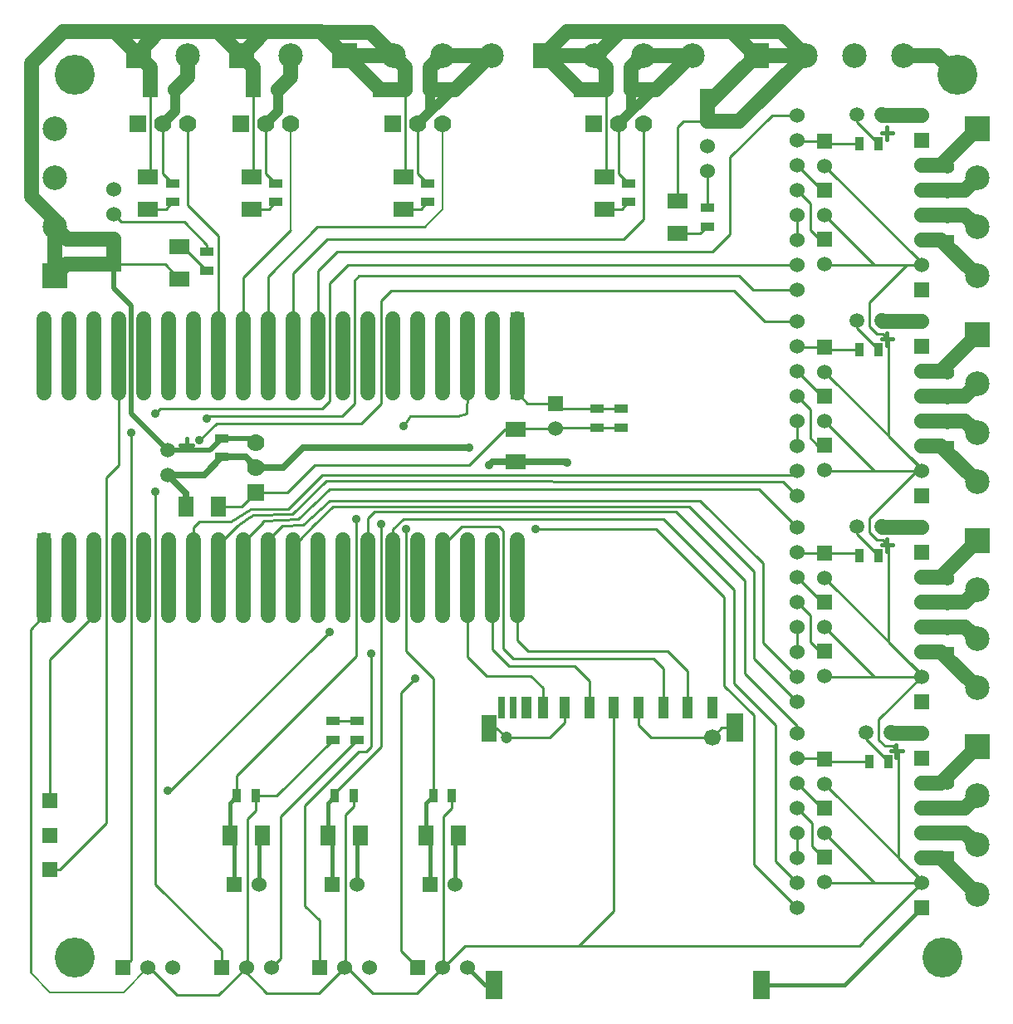
<source format=gtl>
G04 (created by PCBNEW-RS274X (2012-01-19 BZR 3256)-stable) date 23/08/2012 8:13:32 PM*
G01*
G70*
G90*
%MOIN*%
G04 Gerber Fmt 3.4, Leading zero omitted, Abs format*
%FSLAX34Y34*%
G04 APERTURE LIST*
%ADD10C,0.006000*%
%ADD11C,0.015000*%
%ADD12R,0.055000X0.055000*%
%ADD13C,0.055000*%
%ADD14R,0.098400X0.098400*%
%ADD15C,0.098400*%
%ADD16R,0.055000X0.035000*%
%ADD17C,0.070000*%
%ADD18R,0.070000X0.070000*%
%ADD19R,0.060000X0.060000*%
%ADD20C,0.060000*%
%ADD21R,0.080000X0.060000*%
%ADD22R,0.060000X0.080000*%
%ADD23R,0.035000X0.055000*%
%ADD24C,0.059100*%
%ADD25C,0.160000*%
%ADD26R,0.070900X0.118100*%
%ADD27R,0.059100X0.110200*%
%ADD28R,0.027600X0.086600*%
%ADD29R,0.043300X0.086600*%
%ADD30C,0.047200*%
%ADD31C,0.066900*%
%ADD32R,0.043300X0.087000*%
%ADD33C,0.035000*%
%ADD34C,0.059100*%
%ADD35C,0.009800*%
%ADD36C,0.019700*%
%ADD37C,0.008000*%
%ADD38C,0.015700*%
%ADD39C,0.027600*%
%ADD40C,0.039400*%
G04 APERTURE END LIST*
G54D10*
G54D11*
X39284Y-25803D02*
X39284Y-25303D01*
X39534Y-25553D02*
X39084Y-25553D01*
X39284Y-17535D02*
X39284Y-17035D01*
X39534Y-17285D02*
X39084Y-17285D01*
X39678Y-34070D02*
X39678Y-33570D01*
X39928Y-33820D02*
X39478Y-33820D01*
X39284Y-09267D02*
X39284Y-08767D01*
X39534Y-09017D02*
X39084Y-09017D01*
X11434Y-21544D02*
X10934Y-21544D01*
X11184Y-21294D02*
X11184Y-21744D01*
G54D12*
X41733Y-38114D03*
G54D13*
X41733Y-37114D03*
X41733Y-36114D03*
X41733Y-35114D03*
G54D12*
X41733Y-13389D03*
G54D13*
X41733Y-12389D03*
X41733Y-11389D03*
X41733Y-10389D03*
G54D12*
X41733Y-21657D03*
G54D13*
X41733Y-20657D03*
X41733Y-19657D03*
X41733Y-18657D03*
G54D14*
X42914Y-25393D03*
G54D15*
X42914Y-27362D03*
X42914Y-29330D03*
X42914Y-31299D03*
G54D14*
X42914Y-33661D03*
G54D15*
X42914Y-35630D03*
X42914Y-37598D03*
X42914Y-39567D03*
G54D14*
X42914Y-17126D03*
G54D15*
X42914Y-19095D03*
X42914Y-21063D03*
X42914Y-23032D03*
G54D14*
X42914Y-08858D03*
G54D15*
X42914Y-10827D03*
X42914Y-12795D03*
X42914Y-14764D03*
G54D14*
X05906Y-14763D03*
G54D15*
X05906Y-12794D03*
X05906Y-10826D03*
X05906Y-08857D03*
G54D14*
X34056Y-05905D03*
G54D15*
X36025Y-05905D03*
X37993Y-05905D03*
X39962Y-05905D03*
G54D14*
X25591Y-05905D03*
G54D15*
X27560Y-05905D03*
X29528Y-05905D03*
X31497Y-05905D03*
G54D14*
X17521Y-05905D03*
G54D15*
X19490Y-05905D03*
X21458Y-05905D03*
X23427Y-05905D03*
G54D14*
X13387Y-05905D03*
G54D15*
X15356Y-05905D03*
G54D14*
X09253Y-05905D03*
G54D15*
X11222Y-05905D03*
G54D16*
X32087Y-12776D03*
X32087Y-12026D03*
X12008Y-14548D03*
X12008Y-13798D03*
X17048Y-33367D03*
X17048Y-32617D03*
X18032Y-33367D03*
X18032Y-32617D03*
X27659Y-20847D03*
X27659Y-20097D03*
X28643Y-20847D03*
X28643Y-20097D03*
X28938Y-11793D03*
X28938Y-11043D03*
X20867Y-11793D03*
X20867Y-11043D03*
X14765Y-11793D03*
X14765Y-11043D03*
G54D17*
X21473Y-08662D03*
X20473Y-08662D03*
G54D18*
X19473Y-08662D03*
G54D17*
X15371Y-08662D03*
X14371Y-08662D03*
G54D18*
X13371Y-08662D03*
G54D17*
X11237Y-08662D03*
X10237Y-08662D03*
G54D18*
X09237Y-08662D03*
G54D17*
X29544Y-08662D03*
X28544Y-08662D03*
G54D18*
X27544Y-08662D03*
G54D17*
X13977Y-21441D03*
X13977Y-22441D03*
G54D18*
X13977Y-23441D03*
G54D12*
X05461Y-28393D03*
G54D13*
X06461Y-28393D03*
X07461Y-28393D03*
X08461Y-28393D03*
X09461Y-28393D03*
X10461Y-28393D03*
X11461Y-28393D03*
X12461Y-28393D03*
X13461Y-28393D03*
X14461Y-28393D03*
X15461Y-28393D03*
X16461Y-28393D03*
X17461Y-28393D03*
X18461Y-28393D03*
X19461Y-28393D03*
X20461Y-28393D03*
X21461Y-28393D03*
X22461Y-28393D03*
X23461Y-28393D03*
X24461Y-28393D03*
X24461Y-25346D03*
X23461Y-25346D03*
X22461Y-25346D03*
X21461Y-25346D03*
X20461Y-25346D03*
X19461Y-25346D03*
X18461Y-25346D03*
X17461Y-25346D03*
X16461Y-25346D03*
X15461Y-25346D03*
X14461Y-25346D03*
X13461Y-25346D03*
X12461Y-25346D03*
X11461Y-25346D03*
X10461Y-25346D03*
X09461Y-25346D03*
X08461Y-25346D03*
X07461Y-25346D03*
X06461Y-25346D03*
G54D12*
X05461Y-25346D03*
X24461Y-16488D03*
G54D13*
X23461Y-16488D03*
X22461Y-16488D03*
X21461Y-16488D03*
X20461Y-16488D03*
X19461Y-16488D03*
X18461Y-16488D03*
X17461Y-16488D03*
X16461Y-16488D03*
X15461Y-16488D03*
X14461Y-16488D03*
X13461Y-16488D03*
X12461Y-16488D03*
X11461Y-16488D03*
X10461Y-16488D03*
X09461Y-16488D03*
X08461Y-16488D03*
X07461Y-16488D03*
X06461Y-16488D03*
X05461Y-16488D03*
X05461Y-19465D03*
X06461Y-19465D03*
X07461Y-19465D03*
X08461Y-19465D03*
X09461Y-19465D03*
X10461Y-19465D03*
X11461Y-19465D03*
X12461Y-19465D03*
X13461Y-19465D03*
X14461Y-19465D03*
X15461Y-19465D03*
X16461Y-19465D03*
X17461Y-19465D03*
X18461Y-19465D03*
X19461Y-19465D03*
X20461Y-19465D03*
X21461Y-19465D03*
X22461Y-19465D03*
X23461Y-19465D03*
G54D12*
X24461Y-19465D03*
G54D19*
X40691Y-15311D03*
G54D20*
X40691Y-14311D03*
X40691Y-13311D03*
X40691Y-12311D03*
X40691Y-11311D03*
X40691Y-10311D03*
G54D19*
X40691Y-09311D03*
G54D20*
X40691Y-08311D03*
X35691Y-08311D03*
X35691Y-09311D03*
X35691Y-10311D03*
X35691Y-11311D03*
X35691Y-12311D03*
X35691Y-13311D03*
X35691Y-14311D03*
X35691Y-15311D03*
G54D19*
X40691Y-31846D03*
G54D20*
X40691Y-30846D03*
X40691Y-29846D03*
X40691Y-28846D03*
X40691Y-27846D03*
X40691Y-26846D03*
G54D19*
X40691Y-25846D03*
G54D20*
X40691Y-24846D03*
X35691Y-24846D03*
X35691Y-25846D03*
X35691Y-26846D03*
X35691Y-27846D03*
X35691Y-28846D03*
X35691Y-29846D03*
X35691Y-30846D03*
X35691Y-31846D03*
G54D19*
X40691Y-23578D03*
G54D20*
X40691Y-22578D03*
X40691Y-21578D03*
X40691Y-20578D03*
X40691Y-19578D03*
X40691Y-18578D03*
G54D19*
X40691Y-17578D03*
G54D20*
X40691Y-16578D03*
X35691Y-16578D03*
X35691Y-17578D03*
X35691Y-18578D03*
X35691Y-19578D03*
X35691Y-20578D03*
X35691Y-21578D03*
X35691Y-22578D03*
X35691Y-23578D03*
G54D19*
X40691Y-40114D03*
G54D20*
X40691Y-39114D03*
X40691Y-38114D03*
X40691Y-37114D03*
X40691Y-36114D03*
X40691Y-35114D03*
G54D19*
X40691Y-34114D03*
G54D20*
X40691Y-33114D03*
X35691Y-33114D03*
X35691Y-34114D03*
X35691Y-35114D03*
X35691Y-36114D03*
X35691Y-37114D03*
X35691Y-38114D03*
X35691Y-39114D03*
X35691Y-40114D03*
G54D21*
X24410Y-20905D03*
X24410Y-22205D03*
G54D22*
X12933Y-37204D03*
X14233Y-37204D03*
X16870Y-37204D03*
X18170Y-37204D03*
X20808Y-37204D03*
X22108Y-37204D03*
X12462Y-24015D03*
X11162Y-24015D03*
G54D23*
X13958Y-35629D03*
X13208Y-35629D03*
G54D16*
X12599Y-21278D03*
X12599Y-22028D03*
G54D23*
X17895Y-35629D03*
X17145Y-35629D03*
X21833Y-35629D03*
X21083Y-35629D03*
X38603Y-34252D03*
X39353Y-34252D03*
X38209Y-17716D03*
X38959Y-17716D03*
X38209Y-25984D03*
X38959Y-25984D03*
X38209Y-09448D03*
X38959Y-09448D03*
G54D19*
X32087Y-07555D03*
G54D20*
X32087Y-08555D03*
X32087Y-09555D03*
X32087Y-10555D03*
G54D19*
X08268Y-14295D03*
G54D20*
X08268Y-13295D03*
X08268Y-12295D03*
X08268Y-11295D03*
G54D19*
X18973Y-07283D03*
G54D20*
X19973Y-07283D03*
X20973Y-07283D03*
X21973Y-07283D03*
G54D19*
X27044Y-07283D03*
G54D20*
X28044Y-07283D03*
X29044Y-07283D03*
X30044Y-07283D03*
G54D19*
X12583Y-42519D03*
G54D20*
X13583Y-42519D03*
X14583Y-42519D03*
G54D19*
X16520Y-42519D03*
G54D20*
X17520Y-42519D03*
X18520Y-42519D03*
G54D19*
X08646Y-42519D03*
G54D20*
X09646Y-42519D03*
X10646Y-42519D03*
G54D19*
X20457Y-42519D03*
G54D20*
X21457Y-42519D03*
X22457Y-42519D03*
G54D19*
X25985Y-19874D03*
G54D20*
X25985Y-20874D03*
G54D19*
X36813Y-27846D03*
G54D20*
X36813Y-28846D03*
G54D19*
X20958Y-39172D03*
G54D20*
X21958Y-39172D03*
G54D19*
X17020Y-39172D03*
G54D20*
X18020Y-39172D03*
G54D19*
X13083Y-39172D03*
G54D20*
X14083Y-39172D03*
G54D19*
X36813Y-13279D03*
G54D20*
X36813Y-14279D03*
G54D19*
X36813Y-29815D03*
G54D20*
X36813Y-30815D03*
G54D19*
X36813Y-11311D03*
G54D20*
X36813Y-12311D03*
G54D19*
X36813Y-09342D03*
G54D20*
X36813Y-10342D03*
G54D19*
X13871Y-07283D03*
G54D20*
X14871Y-07283D03*
G54D19*
X09737Y-07283D03*
G54D20*
X10737Y-07283D03*
G54D19*
X36813Y-34145D03*
G54D20*
X36813Y-35145D03*
G54D19*
X36813Y-17610D03*
G54D20*
X36813Y-18610D03*
G54D19*
X36813Y-36114D03*
G54D20*
X36813Y-37114D03*
G54D19*
X36813Y-19578D03*
G54D20*
X36813Y-20578D03*
G54D19*
X36813Y-38082D03*
G54D20*
X36813Y-39082D03*
G54D19*
X36813Y-21547D03*
G54D20*
X36813Y-22547D03*
G54D19*
X36813Y-25878D03*
G54D20*
X36813Y-26878D03*
G54D19*
X05709Y-37204D03*
X05709Y-38582D03*
X05709Y-35826D03*
G54D24*
X38084Y-24803D03*
X39084Y-24803D03*
X38084Y-16535D03*
X39084Y-16535D03*
X38478Y-33070D03*
X39478Y-33070D03*
X38084Y-08267D03*
X39084Y-08267D03*
X10434Y-22744D03*
X10434Y-21744D03*
G54D25*
X06694Y-06693D03*
X42127Y-06693D03*
X06694Y-42126D03*
X41537Y-42126D03*
G54D16*
X10631Y-11793D03*
X10631Y-11043D03*
G54D21*
X09646Y-12068D03*
X09646Y-10768D03*
X13781Y-12067D03*
X13781Y-10767D03*
X19883Y-12068D03*
X19883Y-10768D03*
X27954Y-12068D03*
X27954Y-10768D03*
X30906Y-13051D03*
X30906Y-11751D03*
X10906Y-14874D03*
X10906Y-13574D03*
G54D26*
X34262Y-43204D03*
X23514Y-43214D03*
G54D27*
X23318Y-32903D03*
G54D28*
X23840Y-32086D03*
X24312Y-32086D03*
G54D29*
X24824Y-32086D03*
X25493Y-32086D03*
X28346Y-32086D03*
X27362Y-32086D03*
X26378Y-32086D03*
X29331Y-32086D03*
X30315Y-32086D03*
X31299Y-32086D03*
G54D30*
X24016Y-33287D03*
G54D31*
X32284Y-33287D03*
G54D32*
X32284Y-32086D03*
G54D26*
X33200Y-32893D03*
G54D12*
X41733Y-29925D03*
G54D13*
X41733Y-28925D03*
X41733Y-27925D03*
X41733Y-26925D03*
G54D33*
X19981Y-24901D03*
X12008Y-20472D03*
X09942Y-20275D03*
X08957Y-21063D03*
X18997Y-24704D03*
X26477Y-22244D03*
X22540Y-21653D03*
X23327Y-22342D03*
X16930Y-29035D03*
X10434Y-35433D03*
X18012Y-24507D03*
X25197Y-24901D03*
X20375Y-30905D03*
X19882Y-20767D03*
X18603Y-29921D03*
X11713Y-21358D03*
X09942Y-23425D03*
G54D34*
X11461Y-16488D02*
X11461Y-19465D01*
G54D35*
X19883Y-12068D02*
X20592Y-12068D01*
G54D34*
X07461Y-19465D02*
X07461Y-16488D01*
X17461Y-28393D02*
X17461Y-25346D01*
G54D35*
X17048Y-32617D02*
X18032Y-32617D01*
X27954Y-12068D02*
X28663Y-12068D01*
X13781Y-12067D02*
X14491Y-12067D01*
X09646Y-12068D02*
X10356Y-12068D01*
X31812Y-13051D02*
X32087Y-12776D01*
X20592Y-12068D02*
X20867Y-11793D01*
X30906Y-13051D02*
X31812Y-13051D01*
G54D34*
X06461Y-16488D02*
X06461Y-19465D01*
X16461Y-25346D02*
X16461Y-28393D01*
X05461Y-19465D02*
X05461Y-16488D01*
G54D35*
X11034Y-13574D02*
X12008Y-14548D01*
X28663Y-12068D02*
X28938Y-11793D01*
X10356Y-12068D02*
X10631Y-11793D01*
X10906Y-13574D02*
X11034Y-13574D01*
X14491Y-12067D02*
X14765Y-11793D01*
G54D34*
X32087Y-08555D02*
X33375Y-08555D01*
X27639Y-05905D02*
X28584Y-04960D01*
X27560Y-05905D02*
X25591Y-05905D01*
X28584Y-04960D02*
X33071Y-04960D01*
X34016Y-05905D02*
X33071Y-04960D01*
X28044Y-07283D02*
X27044Y-07283D01*
X27560Y-05905D02*
X27639Y-05905D01*
G54D35*
X28044Y-07283D02*
X28044Y-10678D01*
G54D34*
X32087Y-08555D02*
X32087Y-07874D01*
X26969Y-07283D02*
X25591Y-05905D01*
X33375Y-08555D02*
X36025Y-05905D01*
G54D35*
X31130Y-08555D02*
X30906Y-08779D01*
X32087Y-08555D02*
X31130Y-08555D01*
G54D34*
X32087Y-07874D02*
X34056Y-05905D01*
X32406Y-07555D02*
X32087Y-07555D01*
G54D35*
X28044Y-10678D02*
X27954Y-10768D01*
G54D34*
X34056Y-05905D02*
X34016Y-05905D01*
X27044Y-07283D02*
X26969Y-07283D01*
X25591Y-05826D02*
X26457Y-04960D01*
X28044Y-07283D02*
X28044Y-06389D01*
X25591Y-05905D02*
X25591Y-05826D01*
G54D35*
X30906Y-08779D02*
X30906Y-11751D01*
G54D34*
X36025Y-05905D02*
X34056Y-05905D01*
X26457Y-04960D02*
X28584Y-04960D01*
X28044Y-06389D02*
X27560Y-05905D01*
X33071Y-04960D02*
X35080Y-04960D01*
X35080Y-04960D02*
X36025Y-05905D01*
X34056Y-05905D02*
X32406Y-07555D01*
G54D35*
X13814Y-21278D02*
X13977Y-21441D01*
G54D34*
X04961Y-06220D02*
X06221Y-04960D01*
G54D36*
X12599Y-21278D02*
X13814Y-21278D01*
G54D34*
X05906Y-14763D02*
X05906Y-12794D01*
X13871Y-06389D02*
X13387Y-05905D01*
X08268Y-14295D02*
X06374Y-14295D01*
X05906Y-12519D02*
X04961Y-11574D01*
G54D35*
X10327Y-14295D02*
X10906Y-14874D01*
G54D34*
X09253Y-05905D02*
X09253Y-05787D01*
X17521Y-05905D02*
X17595Y-05905D01*
X40691Y-16578D02*
X39127Y-16578D01*
X19973Y-06388D02*
X19490Y-05905D01*
X19490Y-05905D02*
X17521Y-05905D01*
X39128Y-08311D02*
X39084Y-08267D01*
X40691Y-08311D02*
X39128Y-08311D01*
X19973Y-07283D02*
X19973Y-06388D01*
G54D36*
X08268Y-15255D02*
X08957Y-15944D01*
G54D34*
X10080Y-04960D02*
X12442Y-04960D01*
X12442Y-04960D02*
X14331Y-04960D01*
X39127Y-16578D02*
X39084Y-16535D01*
X06407Y-13295D02*
X05906Y-12794D01*
X08308Y-04960D02*
X10080Y-04960D01*
X39522Y-33114D02*
X39478Y-33070D01*
G54D35*
X19973Y-07283D02*
X19973Y-10678D01*
G54D34*
X08308Y-04960D02*
X09253Y-05905D01*
X16576Y-04960D02*
X16596Y-04980D01*
X13871Y-07283D02*
X13871Y-06389D01*
X09253Y-05787D02*
X10080Y-04960D01*
X13387Y-05905D02*
X13387Y-05904D01*
X16596Y-04980D02*
X18565Y-04980D01*
X06221Y-04960D02*
X08308Y-04960D01*
G54D35*
X19973Y-10678D02*
X19883Y-10768D01*
G54D34*
X04961Y-11574D02*
X04961Y-06220D01*
X39127Y-24846D02*
X39084Y-24803D01*
X40691Y-24846D02*
X39127Y-24846D01*
G54D35*
X09737Y-07283D02*
X09737Y-10677D01*
X09737Y-10677D02*
X09646Y-10768D01*
G54D34*
X08268Y-14295D02*
X08268Y-13295D01*
X19973Y-07283D02*
X18973Y-07283D01*
X17595Y-05905D02*
X18973Y-07283D01*
G54D35*
X13871Y-10677D02*
X13781Y-10767D01*
G54D34*
X40691Y-33114D02*
X39522Y-33114D01*
G54D35*
X13871Y-07283D02*
X13871Y-10677D01*
G54D34*
X08268Y-13295D02*
X06407Y-13295D01*
X09737Y-07283D02*
X09737Y-06389D01*
X12442Y-04960D02*
X13387Y-05905D01*
X06374Y-14295D02*
X05906Y-14763D01*
X14331Y-04960D02*
X16576Y-04960D01*
G54D36*
X08268Y-14295D02*
X08268Y-15255D01*
G54D34*
X09737Y-06389D02*
X09253Y-05905D01*
X16596Y-04980D02*
X17521Y-05905D01*
G54D36*
X12133Y-21744D02*
X12599Y-21278D01*
G54D34*
X05906Y-12794D02*
X05906Y-12519D01*
G54D36*
X08957Y-20267D02*
X10434Y-21744D01*
X10434Y-21744D02*
X12133Y-21744D01*
G54D35*
X08268Y-14295D02*
X10327Y-14295D01*
G54D34*
X13387Y-05904D02*
X14331Y-04960D01*
X18565Y-04980D02*
X19490Y-05905D01*
G54D36*
X08957Y-15944D02*
X08957Y-20267D01*
G54D35*
X38977Y-33385D02*
X38977Y-32560D01*
G54D37*
X04922Y-42717D02*
X05709Y-43504D01*
X05709Y-43504D02*
X08661Y-43504D01*
G54D35*
X04922Y-30511D02*
X04922Y-42717D01*
X05461Y-28397D02*
X04922Y-28936D01*
X40691Y-30846D02*
X40691Y-30769D01*
G54D37*
X08661Y-43504D02*
X09646Y-42519D01*
G54D35*
X13623Y-42479D02*
X13583Y-42519D01*
X38898Y-17086D02*
X38583Y-16771D01*
X21457Y-42519D02*
X21497Y-42519D01*
X21833Y-35629D02*
X21833Y-36120D01*
X13623Y-36535D02*
X13623Y-42479D01*
X13583Y-42519D02*
X13583Y-42716D01*
X21497Y-36456D02*
X21497Y-42479D01*
X40691Y-22578D02*
X38813Y-22578D01*
X21497Y-42519D02*
X22363Y-41653D01*
X39134Y-17086D02*
X38898Y-17086D01*
X21833Y-36120D02*
X21497Y-36456D01*
X17520Y-42519D02*
X17638Y-42519D01*
X28346Y-32086D02*
X28346Y-40236D01*
X39528Y-33622D02*
X39214Y-33622D01*
X13958Y-36200D02*
X13623Y-36535D01*
X38190Y-41653D02*
X38347Y-41496D01*
X39764Y-33858D02*
X39528Y-33622D01*
X10788Y-43622D02*
X12480Y-43622D01*
X40691Y-14311D02*
X38813Y-14311D01*
X38813Y-14311D02*
X36813Y-12311D01*
X40691Y-14220D02*
X36813Y-10342D01*
X14786Y-35629D02*
X17048Y-33367D01*
X39371Y-29449D02*
X39371Y-25591D01*
X39371Y-17323D02*
X39134Y-17086D01*
X17895Y-36042D02*
X17560Y-36377D01*
X17560Y-42479D02*
X17520Y-42519D01*
X38583Y-15827D02*
X40099Y-14311D01*
X09685Y-42519D02*
X10788Y-43622D01*
X40691Y-30846D02*
X36844Y-30846D01*
X36845Y-39114D02*
X36813Y-39082D01*
X09646Y-42519D02*
X09685Y-42519D01*
X13583Y-42716D02*
X14410Y-43543D01*
X18662Y-43543D02*
X20433Y-43543D01*
X26930Y-41653D02*
X38190Y-41653D01*
X38347Y-41496D02*
X38347Y-41458D01*
X14410Y-43543D02*
X16496Y-43543D01*
X38583Y-16771D02*
X38583Y-15827D01*
X36844Y-30846D02*
X36813Y-30815D01*
X17638Y-42519D02*
X18662Y-43543D01*
X38347Y-41458D02*
X40691Y-39114D01*
X13958Y-35629D02*
X13958Y-36200D01*
X20433Y-43543D02*
X21457Y-42519D01*
X40691Y-14311D02*
X40691Y-14220D01*
X39371Y-25591D02*
X39134Y-25354D01*
X04922Y-28936D02*
X04922Y-30511D01*
X39371Y-21181D02*
X39371Y-17323D01*
X40691Y-39114D02*
X40691Y-39023D01*
X40691Y-22488D02*
X36813Y-18610D01*
X40691Y-22578D02*
X40691Y-22488D01*
X17560Y-36377D02*
X17560Y-42479D01*
X40691Y-30769D02*
X39371Y-29449D01*
X40691Y-39023D02*
X36813Y-35145D01*
X40691Y-30756D02*
X36813Y-26878D01*
X38813Y-30846D02*
X36813Y-28846D01*
X28346Y-40236D02*
X28346Y-40237D01*
X39764Y-38110D02*
X39764Y-33858D01*
X36845Y-14311D02*
X36813Y-14279D01*
X13958Y-35629D02*
X14786Y-35629D01*
X38977Y-32560D02*
X40691Y-30846D01*
G54D34*
X05461Y-28393D02*
X05461Y-25346D01*
G54D35*
X40691Y-39114D02*
X36845Y-39114D01*
X38813Y-39114D02*
X36813Y-37114D01*
X38583Y-24488D02*
X40493Y-22578D01*
X40691Y-39114D02*
X40691Y-39037D01*
X12480Y-43622D02*
X13583Y-42519D01*
X21497Y-42479D02*
X21457Y-42519D01*
X40099Y-14311D02*
X40691Y-14311D01*
X39214Y-33622D02*
X38977Y-33385D01*
X40691Y-30846D02*
X40691Y-30756D01*
X40691Y-22578D02*
X40691Y-22501D01*
X28346Y-40237D02*
X26930Y-41653D01*
X22363Y-41653D02*
X26930Y-41653D01*
X40691Y-39114D02*
X38813Y-39114D01*
X40691Y-39037D02*
X39764Y-38110D01*
X05461Y-28393D02*
X05461Y-28397D01*
X17895Y-35629D02*
X17895Y-36042D01*
X16496Y-43543D02*
X17520Y-42519D01*
X38898Y-25354D02*
X38583Y-25039D01*
X40493Y-22578D02*
X40691Y-22578D01*
X40691Y-30846D02*
X38813Y-30846D01*
X39134Y-25354D02*
X38898Y-25354D01*
X38813Y-22578D02*
X36813Y-20578D01*
X40691Y-22578D02*
X36844Y-22578D01*
X36844Y-22578D02*
X36813Y-22547D01*
X38583Y-25039D02*
X38583Y-24488D01*
X40691Y-22501D02*
X39371Y-21181D01*
X40691Y-14311D02*
X36845Y-14311D01*
X25985Y-19874D02*
X24870Y-19874D01*
G54D34*
X24461Y-16488D02*
X24461Y-19465D01*
G54D35*
X24870Y-19874D02*
X24461Y-19465D01*
X28643Y-20097D02*
X27659Y-20097D01*
X26208Y-20097D02*
X25985Y-19874D01*
X27659Y-20097D02*
X26208Y-20097D01*
G54D38*
X20958Y-37354D02*
X20808Y-37204D01*
X20958Y-39172D02*
X20958Y-37354D01*
X20808Y-35904D02*
X21083Y-35629D01*
G54D35*
X21083Y-35629D02*
X21083Y-30924D01*
G54D34*
X20461Y-19465D02*
X20461Y-16488D01*
G54D35*
X21083Y-30924D02*
X19981Y-29822D01*
X19981Y-29822D02*
X19981Y-24901D01*
G54D38*
X20808Y-37204D02*
X20808Y-35904D01*
G54D35*
X18112Y-14763D02*
X17914Y-14961D01*
X17914Y-14961D02*
X17914Y-19882D01*
X17914Y-19882D02*
X17422Y-20374D01*
X17422Y-20374D02*
X12304Y-20374D01*
X35312Y-15311D02*
X35691Y-15311D01*
X12008Y-20472D02*
X12106Y-20374D01*
G54D34*
X09461Y-28393D02*
X09461Y-25346D01*
G54D35*
X12106Y-20374D02*
X12304Y-20374D01*
X35691Y-15311D02*
X33915Y-15311D01*
X33915Y-15311D02*
X33367Y-14763D01*
X33367Y-14763D02*
X18112Y-14763D01*
X17225Y-13779D02*
X16461Y-14543D01*
X32993Y-09999D02*
X32993Y-12893D01*
X32993Y-12893D02*
X32993Y-13070D01*
X16461Y-14543D02*
X16461Y-16488D01*
X32993Y-12893D02*
X32993Y-12991D01*
X32284Y-13779D02*
X17225Y-13779D01*
G54D34*
X16461Y-16488D02*
X16461Y-19465D01*
G54D35*
X32993Y-13070D02*
X32284Y-13779D01*
X34681Y-08311D02*
X32993Y-09999D01*
X35691Y-08311D02*
X34681Y-08311D01*
X16930Y-19783D02*
X16635Y-20078D01*
X16635Y-20078D02*
X10139Y-20078D01*
X35691Y-14311D02*
X17678Y-14311D01*
X10139Y-20078D02*
X09942Y-20275D01*
G54D34*
X08461Y-25346D02*
X08461Y-28393D01*
G54D35*
X16930Y-15059D02*
X16930Y-19783D01*
X17678Y-14311D02*
X16930Y-15059D01*
X08957Y-29724D02*
X08957Y-42208D01*
X08957Y-42208D02*
X08646Y-42519D01*
G54D34*
X09461Y-19465D02*
X09461Y-16488D01*
G54D35*
X08957Y-21063D02*
X08957Y-29724D01*
X17145Y-35629D02*
X17145Y-35513D01*
X17145Y-35513D02*
X18997Y-33661D01*
G54D38*
X17020Y-39172D02*
X17020Y-37354D01*
X17020Y-37354D02*
X16870Y-37204D01*
X16870Y-35904D02*
X17145Y-35629D01*
G54D34*
X19461Y-16488D02*
X19461Y-19465D01*
G54D35*
X18997Y-33661D02*
X18997Y-24704D01*
G54D38*
X16870Y-37204D02*
X16870Y-35904D01*
G54D35*
X13461Y-16488D02*
X13461Y-14820D01*
G54D34*
X13461Y-19465D02*
X13461Y-16488D01*
G54D35*
X13461Y-14820D02*
X15371Y-12910D01*
G54D37*
X15371Y-12910D02*
X15371Y-08662D01*
G54D35*
X11237Y-08662D02*
X11237Y-11925D01*
X12461Y-13149D02*
X12461Y-16488D01*
X11237Y-11925D02*
X12461Y-13149D01*
G54D34*
X12461Y-16488D02*
X12461Y-19465D01*
G54D39*
X11883Y-22744D02*
X12599Y-22028D01*
X10434Y-22744D02*
X11883Y-22744D01*
X24410Y-22205D02*
X26438Y-22205D01*
G54D35*
X32087Y-12026D02*
X32087Y-10555D01*
X12008Y-13503D02*
X11103Y-12598D01*
G54D38*
X23152Y-43214D02*
X22457Y-42519D01*
G54D35*
X38084Y-24803D02*
X38084Y-25109D01*
G54D39*
X12599Y-22028D02*
X13564Y-22028D01*
G54D35*
X18032Y-33385D02*
X14961Y-36456D01*
G54D39*
X11162Y-24015D02*
X11162Y-23472D01*
X13564Y-22028D02*
X13977Y-22441D01*
G54D38*
X23514Y-43214D02*
X23152Y-43214D01*
X37601Y-43204D02*
X40691Y-40114D01*
G54D35*
X23632Y-32903D02*
X24016Y-33287D01*
G54D39*
X26438Y-22205D02*
X26477Y-22244D01*
G54D35*
X18032Y-33367D02*
X18032Y-33385D01*
X23318Y-32903D02*
X23632Y-32903D01*
X39353Y-34234D02*
X38478Y-33359D01*
X38084Y-08573D02*
X38959Y-09448D01*
G54D38*
X18020Y-37354D02*
X18170Y-37204D01*
G54D35*
X39353Y-34252D02*
X39353Y-34234D01*
G54D39*
X11162Y-23472D02*
X10434Y-22744D01*
G54D36*
X41339Y-05905D02*
X42127Y-06693D01*
G54D35*
X38084Y-16535D02*
X38084Y-16841D01*
G54D40*
X41339Y-05905D02*
X42127Y-06693D01*
G54D38*
X34262Y-43204D02*
X37601Y-43204D01*
G54D35*
X26378Y-32086D02*
X26378Y-32677D01*
X25768Y-33287D02*
X24016Y-33287D01*
G54D34*
X41339Y-05905D02*
X42127Y-06693D01*
G54D35*
X14961Y-42141D02*
X14583Y-42519D01*
X26378Y-32677D02*
X25768Y-33287D01*
X29843Y-33287D02*
X32284Y-33287D01*
X11103Y-12598D02*
X08571Y-12598D01*
G54D39*
X13977Y-22441D02*
X15060Y-22441D01*
X15060Y-22441D02*
X15848Y-21653D01*
G54D35*
X29331Y-32775D02*
X29843Y-33287D01*
X29331Y-32086D02*
X29331Y-32775D01*
X08571Y-12598D02*
X08268Y-12295D01*
G54D39*
X15848Y-21653D02*
X22540Y-21653D01*
G54D35*
X32678Y-32893D02*
X32284Y-33287D01*
G54D39*
X23464Y-22205D02*
X24410Y-22205D01*
X23327Y-22342D02*
X23464Y-22205D01*
G54D35*
X13564Y-22028D02*
X13977Y-22441D01*
G54D38*
X14083Y-37354D02*
X14233Y-37204D01*
G54D35*
X38084Y-25109D02*
X38959Y-25984D01*
X38084Y-16841D02*
X38959Y-17716D01*
G54D38*
X18020Y-39172D02*
X18020Y-37354D01*
X21958Y-37354D02*
X22108Y-37204D01*
X21958Y-39172D02*
X21958Y-37354D01*
G54D35*
X33200Y-32893D02*
X32678Y-32893D01*
G54D34*
X06461Y-25346D02*
X06461Y-28393D01*
G54D35*
X12599Y-22028D02*
X13564Y-22028D01*
G54D38*
X14083Y-39172D02*
X14083Y-37354D01*
G54D35*
X38084Y-08267D02*
X38084Y-08573D01*
G54D34*
X39962Y-05905D02*
X41339Y-05905D01*
G54D35*
X14961Y-36456D02*
X14961Y-42141D01*
X38478Y-33359D02*
X38478Y-33070D01*
X12008Y-13798D02*
X12008Y-13503D01*
X11162Y-23472D02*
X10434Y-22744D01*
X15461Y-14657D02*
X15461Y-16488D01*
X29544Y-08662D02*
X29544Y-12484D01*
X16831Y-13287D02*
X15461Y-14657D01*
G54D34*
X15461Y-19465D02*
X15461Y-16488D01*
G54D35*
X29544Y-12484D02*
X28741Y-13287D01*
X28741Y-13287D02*
X16831Y-13287D01*
G54D37*
X20768Y-12795D02*
X21473Y-12090D01*
X21473Y-12090D02*
X20768Y-12795D01*
X21473Y-12007D02*
X21473Y-08662D01*
X21473Y-12007D02*
X21473Y-12090D01*
G54D34*
X14461Y-16488D02*
X14461Y-19465D01*
G54D35*
X20768Y-12795D02*
X16437Y-12795D01*
X16437Y-12795D02*
X14461Y-14771D01*
X14461Y-14771D02*
X14461Y-16488D01*
X36221Y-20108D02*
X35691Y-19578D01*
X36221Y-21259D02*
X36221Y-20108D01*
X36813Y-21547D02*
X36509Y-21547D01*
X36509Y-21547D02*
X36221Y-21259D01*
X35691Y-20578D02*
X35691Y-21578D01*
X36813Y-19578D02*
X36691Y-19578D01*
X36691Y-19578D02*
X35691Y-18578D01*
X35691Y-29846D02*
X35691Y-28846D01*
G54D34*
X41461Y-26846D02*
X42914Y-25393D01*
X40691Y-26846D02*
X41461Y-26846D01*
X40691Y-21578D02*
X41460Y-21578D01*
X41460Y-21578D02*
X42914Y-23032D01*
X42429Y-20578D02*
X42914Y-21063D01*
X40691Y-20578D02*
X42429Y-20578D01*
X42431Y-19578D02*
X42914Y-19095D01*
X40691Y-19578D02*
X42431Y-19578D01*
X41462Y-18578D02*
X42914Y-17126D01*
X40691Y-18578D02*
X41462Y-18578D01*
G54D35*
X36919Y-09448D02*
X36813Y-09342D01*
X35722Y-09342D02*
X35691Y-09311D01*
X36813Y-09342D02*
X35722Y-09342D01*
X38209Y-09448D02*
X36919Y-09448D01*
G54D34*
X42430Y-27846D02*
X42914Y-27362D01*
X40691Y-27846D02*
X42430Y-27846D01*
X40691Y-28846D02*
X42430Y-28846D01*
X42430Y-28846D02*
X42914Y-29330D01*
X41461Y-29846D02*
X42914Y-31299D01*
X40691Y-29846D02*
X41461Y-29846D01*
G54D35*
X38103Y-25878D02*
X38209Y-25984D01*
X36813Y-25878D02*
X38103Y-25878D01*
X36813Y-25878D02*
X35723Y-25878D01*
X35723Y-25878D02*
X35691Y-25846D01*
X36691Y-27846D02*
X35691Y-26846D01*
X36813Y-27846D02*
X36691Y-27846D01*
X36221Y-29448D02*
X36221Y-28376D01*
X36221Y-28376D02*
X35691Y-27846D01*
X36813Y-29815D02*
X36588Y-29815D01*
X36588Y-29815D02*
X36221Y-29448D01*
X36300Y-37637D02*
X36300Y-36723D01*
X36300Y-36723D02*
X35691Y-36114D01*
X36745Y-38082D02*
X36300Y-37637D01*
X36813Y-38082D02*
X36745Y-38082D01*
X36691Y-36114D02*
X35691Y-35114D01*
X36813Y-36114D02*
X36691Y-36114D01*
X36813Y-17610D02*
X35723Y-17610D01*
X38209Y-17716D02*
X36919Y-17716D01*
X35723Y-17610D02*
X35691Y-17578D01*
X36919Y-17716D02*
X36813Y-17610D01*
X35691Y-37114D02*
X35691Y-38114D01*
G54D34*
X40691Y-35114D02*
X41461Y-35114D01*
X41461Y-35114D02*
X42914Y-33661D01*
X40691Y-36114D02*
X42430Y-36114D01*
X42430Y-36114D02*
X42914Y-35630D01*
X40691Y-37114D02*
X42430Y-37114D01*
X42430Y-37114D02*
X42914Y-37598D01*
X40691Y-38114D02*
X41461Y-38114D01*
X41461Y-38114D02*
X42914Y-39567D01*
G54D35*
X36920Y-34252D02*
X36813Y-34145D01*
X36920Y-34252D02*
X36782Y-34114D01*
X38603Y-34252D02*
X36920Y-34252D01*
X38603Y-34252D02*
X36920Y-34252D01*
X36782Y-34114D02*
X35691Y-34114D01*
X35691Y-12311D02*
X35691Y-13311D01*
X36691Y-11311D02*
X35691Y-10311D01*
X36813Y-11311D02*
X36691Y-11311D01*
X36813Y-13279D02*
X36587Y-13279D01*
X36221Y-12913D02*
X36221Y-11841D01*
X36221Y-11841D02*
X35691Y-11311D01*
X36587Y-13279D02*
X36221Y-12913D01*
G54D40*
X14871Y-07283D02*
X14871Y-08162D01*
G54D34*
X15356Y-06798D02*
X14871Y-07283D01*
G54D35*
X14371Y-10649D02*
X14765Y-11043D01*
G54D34*
X15356Y-05905D02*
X15356Y-06798D01*
G54D35*
X14371Y-08662D02*
X14371Y-10649D01*
G54D40*
X14871Y-08162D02*
X14371Y-08662D01*
X29044Y-07283D02*
X29044Y-08162D01*
G54D34*
X30044Y-07283D02*
X29044Y-07283D01*
G54D40*
X29044Y-08162D02*
X28544Y-08662D01*
G54D34*
X29044Y-06389D02*
X29044Y-07283D01*
G54D40*
X28544Y-08662D02*
X28544Y-08661D01*
X28544Y-08661D02*
X29922Y-07283D01*
G54D35*
X28544Y-08662D02*
X28544Y-10649D01*
X28544Y-10649D02*
X28938Y-11043D01*
G54D34*
X29528Y-05905D02*
X29044Y-06389D01*
X31422Y-05905D02*
X30044Y-07283D01*
G54D40*
X29922Y-07283D02*
X30044Y-07283D01*
G54D34*
X31497Y-05905D02*
X29528Y-05905D01*
X31497Y-05905D02*
X31422Y-05905D01*
X08461Y-19465D02*
X08461Y-16488D01*
G54D35*
X07973Y-22834D02*
X08461Y-22346D01*
X06103Y-38582D02*
X07973Y-36712D01*
X07973Y-36712D02*
X07973Y-22834D01*
X05709Y-38582D02*
X06103Y-38582D01*
X08461Y-22346D02*
X08461Y-19465D01*
G54D37*
X05906Y-35629D02*
X05709Y-35826D01*
G54D35*
X05709Y-30145D02*
X07461Y-28393D01*
G54D34*
X07461Y-28393D02*
X07461Y-25346D01*
G54D35*
X05709Y-35826D02*
X05709Y-30145D01*
G54D34*
X41461Y-10311D02*
X42914Y-08858D01*
X40691Y-10311D02*
X41461Y-10311D01*
X42430Y-11311D02*
X42914Y-10827D01*
X40691Y-11311D02*
X42430Y-11311D01*
X42430Y-12311D02*
X42914Y-12795D01*
X40691Y-12311D02*
X42430Y-12311D01*
X40691Y-13311D02*
X41461Y-13311D01*
X41461Y-13311D02*
X42914Y-14764D01*
G54D40*
X21852Y-07283D02*
X20473Y-08662D01*
G54D34*
X23351Y-05905D02*
X21973Y-07283D01*
X21458Y-05905D02*
X20973Y-06390D01*
X23427Y-05905D02*
X23351Y-05905D01*
X20973Y-06390D02*
X20973Y-07283D01*
G54D35*
X20473Y-08662D02*
X20473Y-10649D01*
G54D34*
X23427Y-05905D02*
X21458Y-05905D01*
G54D40*
X21973Y-07283D02*
X21852Y-07283D01*
G54D34*
X21973Y-07283D02*
X20973Y-07283D01*
G54D35*
X20473Y-10649D02*
X20867Y-11043D01*
G54D40*
X20973Y-08162D02*
X20473Y-08662D01*
X20973Y-07283D02*
X20973Y-08162D01*
G54D35*
X10237Y-10649D02*
X10631Y-11043D01*
G54D34*
X11222Y-05905D02*
X11222Y-06798D01*
X11222Y-06798D02*
X10737Y-07283D01*
G54D35*
X10237Y-08662D02*
X10237Y-10649D01*
G54D40*
X10737Y-07283D02*
X10737Y-08162D01*
X10737Y-08162D02*
X10237Y-08662D01*
G54D35*
X10532Y-35433D02*
X10434Y-35433D01*
X16930Y-29035D02*
X10532Y-35433D01*
G54D34*
X17461Y-16488D02*
X17461Y-19465D01*
X21461Y-16488D02*
X21461Y-19465D01*
G54D35*
X13403Y-24015D02*
X13977Y-23441D01*
X26012Y-20847D02*
X25985Y-20874D01*
X16340Y-22342D02*
X22540Y-22342D01*
X27659Y-20847D02*
X28643Y-20847D01*
X15241Y-23441D02*
X16340Y-22342D01*
X27659Y-20847D02*
X26012Y-20847D01*
X24441Y-20874D02*
X24410Y-20905D01*
X25985Y-20874D02*
X24441Y-20874D01*
X23977Y-20905D02*
X24410Y-20905D01*
X12462Y-24015D02*
X13403Y-24015D01*
X22540Y-22342D02*
X23977Y-20905D01*
X13977Y-23441D02*
X15241Y-23441D01*
X24461Y-28393D02*
X24461Y-29382D01*
X31299Y-30609D02*
X31299Y-32086D01*
X30512Y-29822D02*
X31299Y-30609D01*
X24901Y-29822D02*
X30512Y-29822D01*
X24461Y-29382D02*
X24901Y-29822D01*
G54D34*
X24461Y-25346D02*
X24461Y-28393D01*
G54D35*
X29922Y-30118D02*
X24312Y-30118D01*
X23721Y-24803D02*
X23908Y-24990D01*
X30315Y-32086D02*
X30315Y-30511D01*
X21461Y-25346D02*
X21702Y-25346D01*
G54D34*
X21461Y-28393D02*
X21461Y-25346D01*
G54D35*
X21702Y-25346D02*
X22245Y-24803D01*
X30315Y-31692D02*
X30315Y-32086D01*
X24312Y-30118D02*
X23908Y-29714D01*
X23908Y-29714D02*
X23908Y-24990D01*
X22245Y-24803D02*
X23721Y-24803D01*
X30315Y-30511D02*
X29922Y-30118D01*
X22461Y-28393D02*
X22461Y-30039D01*
X25493Y-31299D02*
X25493Y-32086D01*
X25001Y-30807D02*
X25493Y-31299D01*
X23229Y-30807D02*
X25001Y-30807D01*
X22461Y-30039D02*
X23229Y-30807D01*
G54D34*
X22461Y-25346D02*
X22461Y-28393D01*
G54D35*
X23461Y-29760D02*
X24114Y-30413D01*
X27362Y-32086D02*
X27362Y-31790D01*
X24114Y-30413D02*
X26772Y-30413D01*
G54D34*
X23461Y-28393D02*
X23461Y-25346D01*
G54D35*
X23461Y-28393D02*
X23461Y-29760D01*
X26772Y-30413D02*
X27362Y-31003D01*
X27362Y-31003D02*
X27362Y-32086D01*
X13208Y-35629D02*
X13208Y-34824D01*
G54D38*
X13083Y-39172D02*
X13083Y-37354D01*
X12933Y-37204D02*
X12933Y-35904D01*
G54D35*
X13208Y-34824D02*
X18012Y-30020D01*
X18012Y-30020D02*
X18012Y-24507D01*
G54D37*
X13208Y-35629D02*
X13208Y-35316D01*
G54D38*
X12933Y-35904D02*
X13208Y-35629D01*
X13083Y-37354D02*
X12933Y-37204D01*
G54D34*
X18461Y-19465D02*
X18461Y-16488D01*
G54D35*
X33956Y-38379D02*
X35691Y-40114D01*
X33956Y-32381D02*
X33956Y-38379D01*
X32776Y-31201D02*
X33956Y-32381D01*
X32776Y-27657D02*
X32776Y-31201D01*
X30020Y-24901D02*
X32776Y-27657D01*
X25197Y-24901D02*
X30020Y-24901D01*
G54D34*
X20461Y-25346D02*
X20461Y-28393D01*
G54D35*
X18738Y-24215D02*
X30830Y-24215D01*
X33583Y-30708D02*
X33623Y-30748D01*
X35691Y-33114D02*
X35691Y-32816D01*
X33583Y-26968D02*
X33583Y-30708D01*
X35691Y-32816D02*
X33623Y-30748D01*
G54D34*
X18461Y-25346D02*
X18461Y-28393D01*
G54D35*
X18461Y-25346D02*
X18461Y-24492D01*
X18461Y-24492D02*
X18738Y-24215D01*
X30830Y-24215D02*
X33583Y-26968D01*
X19461Y-25346D02*
X19461Y-24928D01*
X34843Y-38266D02*
X35691Y-39114D01*
X34843Y-32775D02*
X34843Y-38266D01*
X33170Y-31102D02*
X34843Y-32775D01*
X33170Y-27362D02*
X33170Y-31102D01*
X30315Y-24507D02*
X33170Y-27362D01*
X19882Y-24507D02*
X30315Y-24507D01*
X19461Y-24928D02*
X19882Y-24507D01*
G54D34*
X19461Y-28393D02*
X19461Y-25346D01*
G54D35*
X19784Y-41846D02*
X20457Y-42519D01*
X19784Y-31496D02*
X19784Y-41846D01*
X20375Y-30905D02*
X19784Y-31496D01*
G54D34*
X23461Y-16488D02*
X23461Y-19465D01*
G54D35*
X15461Y-25346D02*
X15717Y-25346D01*
X15717Y-25346D02*
X16300Y-24763D01*
X33977Y-30132D02*
X35691Y-31846D01*
X16300Y-24763D02*
X17048Y-24015D01*
X17048Y-24015D02*
X31378Y-24015D01*
X31378Y-24015D02*
X33977Y-26614D01*
X33977Y-26614D02*
X33977Y-30132D01*
G54D34*
X15461Y-28393D02*
X15461Y-25346D01*
G54D35*
X13552Y-25346D02*
X14313Y-24585D01*
X15670Y-24527D02*
X16930Y-23326D01*
G54D34*
X13461Y-28393D02*
X13461Y-25346D01*
G54D35*
X13552Y-25346D02*
X14253Y-24645D01*
X16930Y-23326D02*
X34171Y-23326D01*
X34171Y-23326D02*
X35691Y-24846D01*
X13461Y-25346D02*
X13552Y-25346D01*
X14313Y-24585D02*
X15670Y-24527D01*
X14461Y-25346D02*
X14461Y-25342D01*
X14461Y-25342D02*
X15029Y-24774D01*
X34331Y-29486D02*
X35691Y-30846D01*
X15029Y-24774D02*
X15848Y-24748D01*
X15848Y-24748D02*
X16930Y-23779D01*
X16930Y-23779D02*
X31812Y-23779D01*
X31812Y-23779D02*
X34331Y-26298D01*
X34331Y-26298D02*
X34331Y-29486D01*
G54D34*
X14461Y-25346D02*
X14461Y-28393D01*
G54D35*
X19882Y-20767D02*
X20178Y-20374D01*
X16520Y-42519D02*
X16520Y-40633D01*
X20178Y-20374D02*
X22048Y-20374D01*
X22048Y-20374D02*
X22442Y-20275D01*
X22442Y-20275D02*
X22461Y-19465D01*
X15945Y-40058D02*
X15945Y-36024D01*
X15945Y-36024D02*
X18111Y-33858D01*
X18111Y-33858D02*
X18406Y-33858D01*
X16520Y-40633D02*
X15945Y-40058D01*
X18406Y-33858D02*
X18603Y-33661D01*
X18603Y-33661D02*
X18603Y-29921D01*
G54D34*
X22461Y-16488D02*
X22461Y-19465D01*
G54D35*
X13864Y-24338D02*
X15434Y-24330D01*
X13604Y-24502D02*
X13864Y-24338D01*
X12461Y-25346D02*
X12660Y-25346D01*
X12660Y-25346D02*
X13232Y-24774D01*
X16812Y-22992D02*
X35144Y-23031D01*
X35144Y-23031D02*
X35691Y-23578D01*
G54D34*
X12461Y-25346D02*
X12461Y-28393D01*
G54D35*
X15434Y-24330D02*
X16812Y-22992D01*
X13232Y-24774D02*
X13604Y-24502D01*
X19391Y-15354D02*
X18997Y-15748D01*
X12402Y-20669D02*
X11713Y-21358D01*
X18997Y-19881D02*
X18209Y-20669D01*
X35083Y-16578D02*
X35691Y-16578D01*
G54D34*
X10461Y-25346D02*
X10461Y-28393D01*
G54D35*
X34394Y-16578D02*
X33170Y-15354D01*
X33170Y-15354D02*
X19391Y-15354D01*
X35691Y-16578D02*
X34394Y-16578D01*
X18209Y-20669D02*
X12402Y-20669D01*
X18997Y-15748D02*
X18997Y-19881D01*
X11461Y-25346D02*
X11461Y-24858D01*
X12993Y-24606D02*
X12953Y-24606D01*
X13780Y-24114D02*
X15256Y-24114D01*
X12953Y-24606D02*
X13780Y-24114D01*
X35533Y-22736D02*
X35691Y-22578D01*
X16634Y-22736D02*
X35533Y-22736D01*
X11713Y-24606D02*
X12993Y-24606D01*
X11461Y-24858D02*
X11713Y-24606D01*
G54D34*
X11461Y-28393D02*
X11461Y-25346D01*
G54D35*
X15256Y-24114D02*
X16634Y-22736D01*
X12583Y-41814D02*
X12583Y-42519D01*
X09942Y-39173D02*
X12583Y-41814D01*
X09942Y-29724D02*
X09942Y-39173D01*
X09942Y-29429D02*
X09942Y-29724D01*
X09942Y-23425D02*
X09942Y-29429D01*
G54D34*
X10461Y-16488D02*
X10461Y-19465D01*
M02*

</source>
